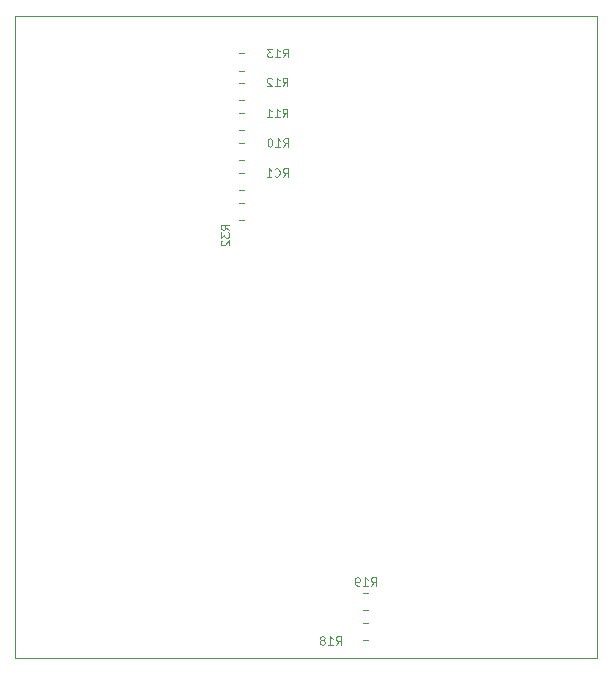
<source format=gbr>
%TF.GenerationSoftware,KiCad,Pcbnew,8.0.5-8.0.5-0~ubuntu24.04.1*%
%TF.CreationDate,2024-09-16T22:52:31+02:00*%
%TF.ProjectId,fx3_tn20k_adapter,6678335f-746e-4323-906b-5f6164617074,0.0.1*%
%TF.SameCoordinates,Original*%
%TF.FileFunction,Legend,Bot*%
%TF.FilePolarity,Positive*%
%FSLAX46Y46*%
G04 Gerber Fmt 4.6, Leading zero omitted, Abs format (unit mm)*
G04 Created by KiCad (PCBNEW 8.0.5-8.0.5-0~ubuntu24.04.1) date 2024-09-16 22:52:31*
%MOMM*%
%LPD*%
G01*
G04 APERTURE LIST*
%ADD10C,0.120000*%
%TA.AperFunction,Profile*%
%ADD11C,0.100000*%
%TD*%
G04 APERTURE END LIST*
D10*
X180180400Y-79616393D02*
X180413733Y-79283060D01*
X180580400Y-79616393D02*
X180580400Y-78916393D01*
X180580400Y-78916393D02*
X180313733Y-78916393D01*
X180313733Y-78916393D02*
X180247067Y-78949726D01*
X180247067Y-78949726D02*
X180213733Y-78983060D01*
X180213733Y-78983060D02*
X180180400Y-79049726D01*
X180180400Y-79049726D02*
X180180400Y-79149726D01*
X180180400Y-79149726D02*
X180213733Y-79216393D01*
X180213733Y-79216393D02*
X180247067Y-79249726D01*
X180247067Y-79249726D02*
X180313733Y-79283060D01*
X180313733Y-79283060D02*
X180580400Y-79283060D01*
X179513733Y-79616393D02*
X179913733Y-79616393D01*
X179713733Y-79616393D02*
X179713733Y-78916393D01*
X179713733Y-78916393D02*
X179780400Y-79016393D01*
X179780400Y-79016393D02*
X179847067Y-79083060D01*
X179847067Y-79083060D02*
X179913733Y-79116393D01*
X179080400Y-78916393D02*
X179013733Y-78916393D01*
X179013733Y-78916393D02*
X178947066Y-78949726D01*
X178947066Y-78949726D02*
X178913733Y-78983060D01*
X178913733Y-78983060D02*
X178880400Y-79049726D01*
X178880400Y-79049726D02*
X178847066Y-79183060D01*
X178847066Y-79183060D02*
X178847066Y-79349726D01*
X178847066Y-79349726D02*
X178880400Y-79483060D01*
X178880400Y-79483060D02*
X178913733Y-79549726D01*
X178913733Y-79549726D02*
X178947066Y-79583060D01*
X178947066Y-79583060D02*
X179013733Y-79616393D01*
X179013733Y-79616393D02*
X179080400Y-79616393D01*
X179080400Y-79616393D02*
X179147066Y-79583060D01*
X179147066Y-79583060D02*
X179180400Y-79549726D01*
X179180400Y-79549726D02*
X179213733Y-79483060D01*
X179213733Y-79483060D02*
X179247066Y-79349726D01*
X179247066Y-79349726D02*
X179247066Y-79183060D01*
X179247066Y-79183060D02*
X179213733Y-79049726D01*
X179213733Y-79049726D02*
X179180400Y-78983060D01*
X179180400Y-78983060D02*
X179147066Y-78949726D01*
X179147066Y-78949726D02*
X179080400Y-78916393D01*
X180155000Y-72047193D02*
X180388333Y-71713860D01*
X180555000Y-72047193D02*
X180555000Y-71347193D01*
X180555000Y-71347193D02*
X180288333Y-71347193D01*
X180288333Y-71347193D02*
X180221667Y-71380526D01*
X180221667Y-71380526D02*
X180188333Y-71413860D01*
X180188333Y-71413860D02*
X180155000Y-71480526D01*
X180155000Y-71480526D02*
X180155000Y-71580526D01*
X180155000Y-71580526D02*
X180188333Y-71647193D01*
X180188333Y-71647193D02*
X180221667Y-71680526D01*
X180221667Y-71680526D02*
X180288333Y-71713860D01*
X180288333Y-71713860D02*
X180555000Y-71713860D01*
X179488333Y-72047193D02*
X179888333Y-72047193D01*
X179688333Y-72047193D02*
X179688333Y-71347193D01*
X179688333Y-71347193D02*
X179755000Y-71447193D01*
X179755000Y-71447193D02*
X179821667Y-71513860D01*
X179821667Y-71513860D02*
X179888333Y-71547193D01*
X179255000Y-71347193D02*
X178821666Y-71347193D01*
X178821666Y-71347193D02*
X179055000Y-71613860D01*
X179055000Y-71613860D02*
X178955000Y-71613860D01*
X178955000Y-71613860D02*
X178888333Y-71647193D01*
X178888333Y-71647193D02*
X178855000Y-71680526D01*
X178855000Y-71680526D02*
X178821666Y-71747193D01*
X178821666Y-71747193D02*
X178821666Y-71913860D01*
X178821666Y-71913860D02*
X178855000Y-71980526D01*
X178855000Y-71980526D02*
X178888333Y-72013860D01*
X178888333Y-72013860D02*
X178955000Y-72047193D01*
X178955000Y-72047193D02*
X179155000Y-72047193D01*
X179155000Y-72047193D02*
X179221666Y-72013860D01*
X179221666Y-72013860D02*
X179255000Y-71980526D01*
X175602993Y-86646599D02*
X175269660Y-86413266D01*
X175602993Y-86246599D02*
X174902993Y-86246599D01*
X174902993Y-86246599D02*
X174902993Y-86513266D01*
X174902993Y-86513266D02*
X174936326Y-86579933D01*
X174936326Y-86579933D02*
X174969660Y-86613266D01*
X174969660Y-86613266D02*
X175036326Y-86646599D01*
X175036326Y-86646599D02*
X175136326Y-86646599D01*
X175136326Y-86646599D02*
X175202993Y-86613266D01*
X175202993Y-86613266D02*
X175236326Y-86579933D01*
X175236326Y-86579933D02*
X175269660Y-86513266D01*
X175269660Y-86513266D02*
X175269660Y-86246599D01*
X174902993Y-86879933D02*
X174902993Y-87313266D01*
X174902993Y-87313266D02*
X175169660Y-87079933D01*
X175169660Y-87079933D02*
X175169660Y-87179933D01*
X175169660Y-87179933D02*
X175202993Y-87246599D01*
X175202993Y-87246599D02*
X175236326Y-87279933D01*
X175236326Y-87279933D02*
X175302993Y-87313266D01*
X175302993Y-87313266D02*
X175469660Y-87313266D01*
X175469660Y-87313266D02*
X175536326Y-87279933D01*
X175536326Y-87279933D02*
X175569660Y-87246599D01*
X175569660Y-87246599D02*
X175602993Y-87179933D01*
X175602993Y-87179933D02*
X175602993Y-86979933D01*
X175602993Y-86979933D02*
X175569660Y-86913266D01*
X175569660Y-86913266D02*
X175536326Y-86879933D01*
X174969660Y-87579933D02*
X174936326Y-87613266D01*
X174936326Y-87613266D02*
X174902993Y-87679933D01*
X174902993Y-87679933D02*
X174902993Y-87846600D01*
X174902993Y-87846600D02*
X174936326Y-87913266D01*
X174936326Y-87913266D02*
X174969660Y-87946600D01*
X174969660Y-87946600D02*
X175036326Y-87979933D01*
X175036326Y-87979933D02*
X175102993Y-87979933D01*
X175102993Y-87979933D02*
X175202993Y-87946600D01*
X175202993Y-87946600D02*
X175602993Y-87546600D01*
X175602993Y-87546600D02*
X175602993Y-87979933D01*
X180146266Y-82156393D02*
X180379599Y-81823060D01*
X180546266Y-82156393D02*
X180546266Y-81456393D01*
X180546266Y-81456393D02*
X180279599Y-81456393D01*
X180279599Y-81456393D02*
X180212933Y-81489726D01*
X180212933Y-81489726D02*
X180179599Y-81523060D01*
X180179599Y-81523060D02*
X180146266Y-81589726D01*
X180146266Y-81589726D02*
X180146266Y-81689726D01*
X180146266Y-81689726D02*
X180179599Y-81756393D01*
X180179599Y-81756393D02*
X180212933Y-81789726D01*
X180212933Y-81789726D02*
X180279599Y-81823060D01*
X180279599Y-81823060D02*
X180546266Y-81823060D01*
X179446266Y-82089726D02*
X179479599Y-82123060D01*
X179479599Y-82123060D02*
X179579599Y-82156393D01*
X179579599Y-82156393D02*
X179646266Y-82156393D01*
X179646266Y-82156393D02*
X179746266Y-82123060D01*
X179746266Y-82123060D02*
X179812933Y-82056393D01*
X179812933Y-82056393D02*
X179846266Y-81989726D01*
X179846266Y-81989726D02*
X179879599Y-81856393D01*
X179879599Y-81856393D02*
X179879599Y-81756393D01*
X179879599Y-81756393D02*
X179846266Y-81623060D01*
X179846266Y-81623060D02*
X179812933Y-81556393D01*
X179812933Y-81556393D02*
X179746266Y-81489726D01*
X179746266Y-81489726D02*
X179646266Y-81456393D01*
X179646266Y-81456393D02*
X179579599Y-81456393D01*
X179579599Y-81456393D02*
X179479599Y-81489726D01*
X179479599Y-81489726D02*
X179446266Y-81523060D01*
X178779599Y-82156393D02*
X179179599Y-82156393D01*
X178979599Y-82156393D02*
X178979599Y-81456393D01*
X178979599Y-81456393D02*
X179046266Y-81556393D01*
X179046266Y-81556393D02*
X179112933Y-81623060D01*
X179112933Y-81623060D02*
X179179599Y-81656393D01*
X184625400Y-121780393D02*
X184858733Y-121447060D01*
X185025400Y-121780393D02*
X185025400Y-121080393D01*
X185025400Y-121080393D02*
X184758733Y-121080393D01*
X184758733Y-121080393D02*
X184692067Y-121113726D01*
X184692067Y-121113726D02*
X184658733Y-121147060D01*
X184658733Y-121147060D02*
X184625400Y-121213726D01*
X184625400Y-121213726D02*
X184625400Y-121313726D01*
X184625400Y-121313726D02*
X184658733Y-121380393D01*
X184658733Y-121380393D02*
X184692067Y-121413726D01*
X184692067Y-121413726D02*
X184758733Y-121447060D01*
X184758733Y-121447060D02*
X185025400Y-121447060D01*
X183958733Y-121780393D02*
X184358733Y-121780393D01*
X184158733Y-121780393D02*
X184158733Y-121080393D01*
X184158733Y-121080393D02*
X184225400Y-121180393D01*
X184225400Y-121180393D02*
X184292067Y-121247060D01*
X184292067Y-121247060D02*
X184358733Y-121280393D01*
X183558733Y-121380393D02*
X183625400Y-121347060D01*
X183625400Y-121347060D02*
X183658733Y-121313726D01*
X183658733Y-121313726D02*
X183692066Y-121247060D01*
X183692066Y-121247060D02*
X183692066Y-121213726D01*
X183692066Y-121213726D02*
X183658733Y-121147060D01*
X183658733Y-121147060D02*
X183625400Y-121113726D01*
X183625400Y-121113726D02*
X183558733Y-121080393D01*
X183558733Y-121080393D02*
X183425400Y-121080393D01*
X183425400Y-121080393D02*
X183358733Y-121113726D01*
X183358733Y-121113726D02*
X183325400Y-121147060D01*
X183325400Y-121147060D02*
X183292066Y-121213726D01*
X183292066Y-121213726D02*
X183292066Y-121247060D01*
X183292066Y-121247060D02*
X183325400Y-121313726D01*
X183325400Y-121313726D02*
X183358733Y-121347060D01*
X183358733Y-121347060D02*
X183425400Y-121380393D01*
X183425400Y-121380393D02*
X183558733Y-121380393D01*
X183558733Y-121380393D02*
X183625400Y-121413726D01*
X183625400Y-121413726D02*
X183658733Y-121447060D01*
X183658733Y-121447060D02*
X183692066Y-121513726D01*
X183692066Y-121513726D02*
X183692066Y-121647060D01*
X183692066Y-121647060D02*
X183658733Y-121713726D01*
X183658733Y-121713726D02*
X183625400Y-121747060D01*
X183625400Y-121747060D02*
X183558733Y-121780393D01*
X183558733Y-121780393D02*
X183425400Y-121780393D01*
X183425400Y-121780393D02*
X183358733Y-121747060D01*
X183358733Y-121747060D02*
X183325400Y-121713726D01*
X183325400Y-121713726D02*
X183292066Y-121647060D01*
X183292066Y-121647060D02*
X183292066Y-121513726D01*
X183292066Y-121513726D02*
X183325400Y-121447060D01*
X183325400Y-121447060D02*
X183358733Y-121413726D01*
X183358733Y-121413726D02*
X183425400Y-121380393D01*
X187587800Y-116777593D02*
X187821133Y-116444260D01*
X187987800Y-116777593D02*
X187987800Y-116077593D01*
X187987800Y-116077593D02*
X187721133Y-116077593D01*
X187721133Y-116077593D02*
X187654467Y-116110926D01*
X187654467Y-116110926D02*
X187621133Y-116144260D01*
X187621133Y-116144260D02*
X187587800Y-116210926D01*
X187587800Y-116210926D02*
X187587800Y-116310926D01*
X187587800Y-116310926D02*
X187621133Y-116377593D01*
X187621133Y-116377593D02*
X187654467Y-116410926D01*
X187654467Y-116410926D02*
X187721133Y-116444260D01*
X187721133Y-116444260D02*
X187987800Y-116444260D01*
X186921133Y-116777593D02*
X187321133Y-116777593D01*
X187121133Y-116777593D02*
X187121133Y-116077593D01*
X187121133Y-116077593D02*
X187187800Y-116177593D01*
X187187800Y-116177593D02*
X187254467Y-116244260D01*
X187254467Y-116244260D02*
X187321133Y-116277593D01*
X186587800Y-116777593D02*
X186454466Y-116777593D01*
X186454466Y-116777593D02*
X186387800Y-116744260D01*
X186387800Y-116744260D02*
X186354466Y-116710926D01*
X186354466Y-116710926D02*
X186287800Y-116610926D01*
X186287800Y-116610926D02*
X186254466Y-116477593D01*
X186254466Y-116477593D02*
X186254466Y-116210926D01*
X186254466Y-116210926D02*
X186287800Y-116144260D01*
X186287800Y-116144260D02*
X186321133Y-116110926D01*
X186321133Y-116110926D02*
X186387800Y-116077593D01*
X186387800Y-116077593D02*
X186521133Y-116077593D01*
X186521133Y-116077593D02*
X186587800Y-116110926D01*
X186587800Y-116110926D02*
X186621133Y-116144260D01*
X186621133Y-116144260D02*
X186654466Y-116210926D01*
X186654466Y-116210926D02*
X186654466Y-116377593D01*
X186654466Y-116377593D02*
X186621133Y-116444260D01*
X186621133Y-116444260D02*
X186587800Y-116477593D01*
X186587800Y-116477593D02*
X186521133Y-116510926D01*
X186521133Y-116510926D02*
X186387800Y-116510926D01*
X186387800Y-116510926D02*
X186321133Y-116477593D01*
X186321133Y-116477593D02*
X186287800Y-116444260D01*
X186287800Y-116444260D02*
X186254466Y-116377593D01*
X180129600Y-77127193D02*
X180362933Y-76793860D01*
X180529600Y-77127193D02*
X180529600Y-76427193D01*
X180529600Y-76427193D02*
X180262933Y-76427193D01*
X180262933Y-76427193D02*
X180196267Y-76460526D01*
X180196267Y-76460526D02*
X180162933Y-76493860D01*
X180162933Y-76493860D02*
X180129600Y-76560526D01*
X180129600Y-76560526D02*
X180129600Y-76660526D01*
X180129600Y-76660526D02*
X180162933Y-76727193D01*
X180162933Y-76727193D02*
X180196267Y-76760526D01*
X180196267Y-76760526D02*
X180262933Y-76793860D01*
X180262933Y-76793860D02*
X180529600Y-76793860D01*
X179462933Y-77127193D02*
X179862933Y-77127193D01*
X179662933Y-77127193D02*
X179662933Y-76427193D01*
X179662933Y-76427193D02*
X179729600Y-76527193D01*
X179729600Y-76527193D02*
X179796267Y-76593860D01*
X179796267Y-76593860D02*
X179862933Y-76627193D01*
X178796266Y-77127193D02*
X179196266Y-77127193D01*
X178996266Y-77127193D02*
X178996266Y-76427193D01*
X178996266Y-76427193D02*
X179062933Y-76527193D01*
X179062933Y-76527193D02*
X179129600Y-76593860D01*
X179129600Y-76593860D02*
X179196266Y-76627193D01*
X180129600Y-74510993D02*
X180362933Y-74177660D01*
X180529600Y-74510993D02*
X180529600Y-73810993D01*
X180529600Y-73810993D02*
X180262933Y-73810993D01*
X180262933Y-73810993D02*
X180196267Y-73844326D01*
X180196267Y-73844326D02*
X180162933Y-73877660D01*
X180162933Y-73877660D02*
X180129600Y-73944326D01*
X180129600Y-73944326D02*
X180129600Y-74044326D01*
X180129600Y-74044326D02*
X180162933Y-74110993D01*
X180162933Y-74110993D02*
X180196267Y-74144326D01*
X180196267Y-74144326D02*
X180262933Y-74177660D01*
X180262933Y-74177660D02*
X180529600Y-74177660D01*
X179462933Y-74510993D02*
X179862933Y-74510993D01*
X179662933Y-74510993D02*
X179662933Y-73810993D01*
X179662933Y-73810993D02*
X179729600Y-73910993D01*
X179729600Y-73910993D02*
X179796267Y-73977660D01*
X179796267Y-73977660D02*
X179862933Y-74010993D01*
X179196266Y-73877660D02*
X179162933Y-73844326D01*
X179162933Y-73844326D02*
X179096266Y-73810993D01*
X179096266Y-73810993D02*
X178929600Y-73810993D01*
X178929600Y-73810993D02*
X178862933Y-73844326D01*
X178862933Y-73844326D02*
X178829600Y-73877660D01*
X178829600Y-73877660D02*
X178796266Y-73944326D01*
X178796266Y-73944326D02*
X178796266Y-74010993D01*
X178796266Y-74010993D02*
X178829600Y-74110993D01*
X178829600Y-74110993D02*
X179229600Y-74510993D01*
X179229600Y-74510993D02*
X178796266Y-74510993D01*
%TO.C,R10*%
X176858664Y-79275000D02*
X176404536Y-79275000D01*
X176858664Y-80745000D02*
X176404536Y-80745000D01*
%TO.C,R13*%
X176858064Y-71719000D02*
X176403936Y-71719000D01*
X176858064Y-73189000D02*
X176403936Y-73189000D01*
%TO.C,R32*%
X176858664Y-84355000D02*
X176404536Y-84355000D01*
X176858664Y-85825000D02*
X176404536Y-85825000D01*
%TO.C,RC1*%
X176858664Y-81815000D02*
X176404536Y-81815000D01*
X176858664Y-83285000D02*
X176404536Y-83285000D01*
%TO.C,R18*%
X186936136Y-119915000D02*
X187390264Y-119915000D01*
X186936136Y-121385000D02*
X187390264Y-121385000D01*
%TO.C,R19*%
X186910736Y-117375000D02*
X187364864Y-117375000D01*
X186910736Y-118845000D02*
X187364864Y-118845000D01*
%TO.C,R11*%
X176858664Y-76735000D02*
X176404536Y-76735000D01*
X176858664Y-78205000D02*
X176404536Y-78205000D01*
%TO.C,R12*%
X176858664Y-74195000D02*
X176404536Y-74195000D01*
X176858664Y-75665000D02*
X176404536Y-75665000D01*
%TD*%
D11*
X157480000Y-122936000D02*
X157480000Y-68580000D01*
X206756000Y-122936000D02*
X206756000Y-68580000D01*
X157480000Y-122936000D02*
X206756000Y-122936000D01*
X206756000Y-68580000D02*
X157480000Y-68580000D01*
M02*

</source>
